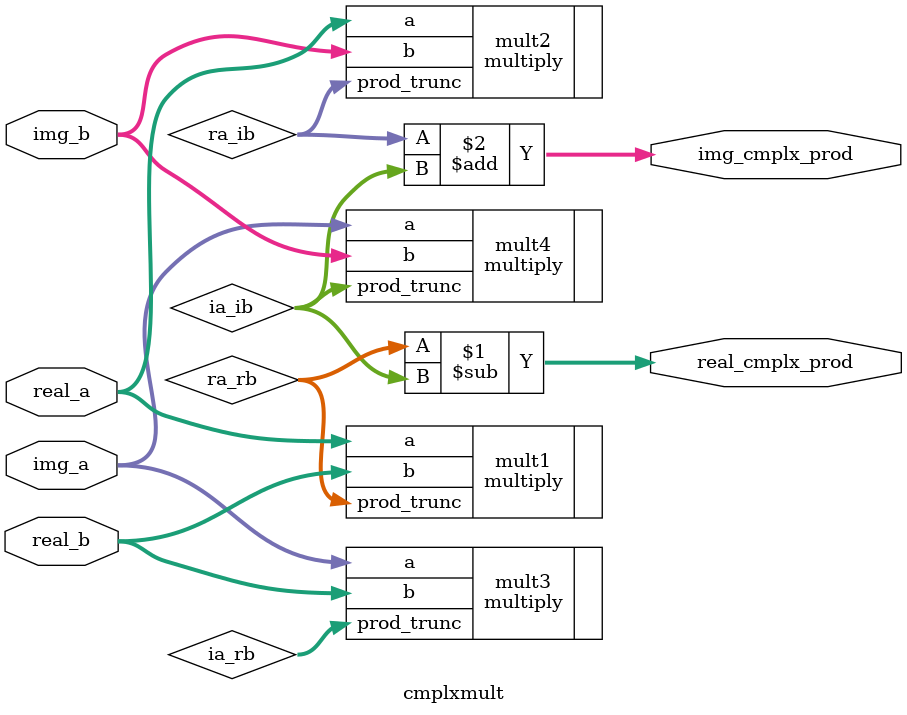
<source format=sv>

module cmplxmult #(parameter BIT_WIDTH = 16)
    (input logic [BIT_WIDTH - 1:0] real_a, img_a, 
     input logic [BIT_WIDTH - 1:0] real_b, img_b, 
     output logic [BIT_WIDTH -1:0] real_cmplx_prod, img_cmplx_prod);

    logic [BIT_WIDTH - 1:0] ra_rb, ra_ib, ia_rb, ia_ib; // variables for multiplication outputs

    // complex multiplication
    multiply #(.BIT_WIDTH(BIT_WIDTH)) mult1(.a(real_a), .b(real_b), .prod_trunc(ra_rb)); // real
    multiply #(.BIT_WIDTH(BIT_WIDTH)) mult2(.a(real_a), .b(img_b), .prod_trunc(ra_ib)); // img
    multiply #(.BIT_WIDTH(BIT_WIDTH)) mult3(.a(img_a), .b(real_b), .prod_trunc(ia_rb)); // img
    multiply #(.BIT_WIDTH(BIT_WIDTH)) mult4(.a(img_a), .b(img_b), .prod_trunc(ia_ib)); // real

    assign real_cmplx_prod = ra_rb - ia_ib;
    assign img_cmplx_prod = ra_ib + ia_ib;


endmodule
</source>
